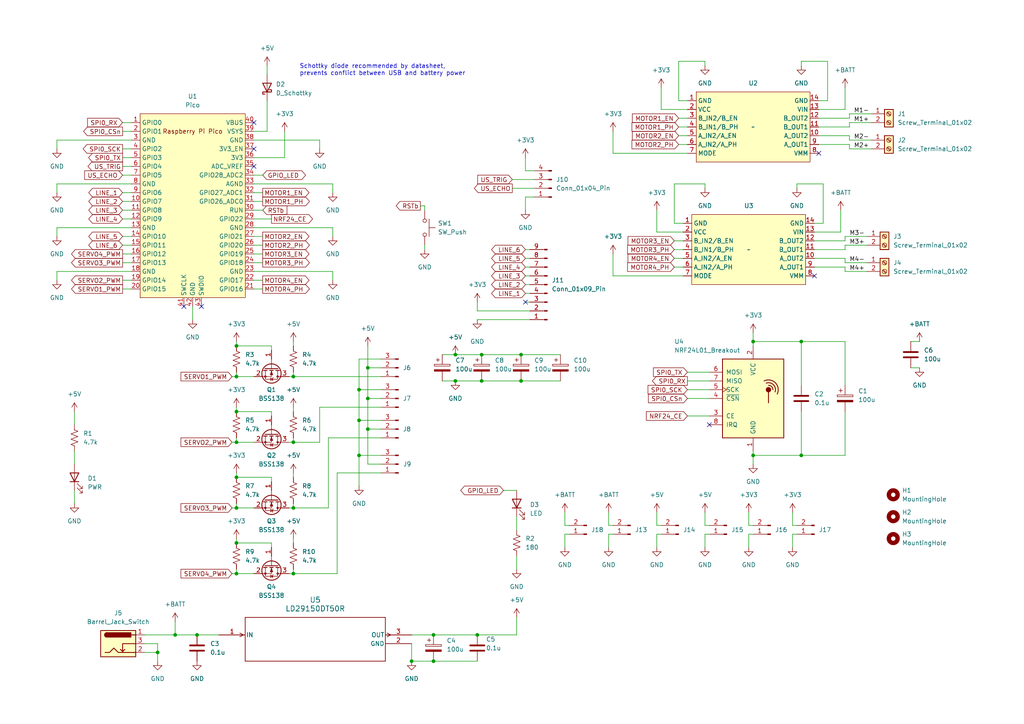
<source format=kicad_sch>
(kicad_sch (version 20231120) (generator "eeschema") (generator_version "8.0")
  (paper "A4")
  (junction (at 68.58 138.43))
  (junction (at 119.38 191.77))
  (junction (at 151.13 110.49))
  (junction (at 68.58 157.48))
  (junction (at 125.73 184.15))
  (junction (at 139.7 102.87))
  (junction (at 68.58 147.32))
  (junction (at 138.43 184.15))
  (junction (at 85.09 166.37))
  (junction (at 232.41 99.06))
  (junction (at 85.09 147.32))
  (junction (at 132.08 110.49))
  (junction (at 68.58 100.33))
  (junction (at 104.14 132.08))
  (junction (at 68.58 166.37))
  (junction (at 106.68 115.57))
  (junction (at 50.8 184.15))
  (junction (at 125.73 191.77))
  (junction (at 106.68 124.46))
  (junction (at 104.14 113.03))
  (junction (at 232.41 132.08))
  (junction (at 45.72 189.23))
  (junction (at 68.58 128.27))
  (junction (at 104.14 121.92))
  (junction (at 151.13 102.87))
  (junction (at 218.44 132.08))
  (junction (at 85.09 128.27))
  (junction (at 106.68 106.68))
  (junction (at 57.15 184.15))
  (junction (at 85.09 109.22))
  (junction (at 139.7 110.49))
  (junction (at 218.44 99.06))
  (junction (at 132.08 102.87))
  (junction (at 68.58 119.38))
  (junction (at 68.58 109.22))
  (no_connect (at 73.66 43.18))
  (no_connect (at 58.42 88.9))
  (no_connect (at 152.4 87.63))
  (no_connect (at 236.22 80.01))
  (no_connect (at 73.66 35.56))
  (no_connect (at 73.66 48.26))
  (no_connect (at 53.34 88.9))
  (no_connect (at 237.49 44.45))
  (no_connect (at 205.74 123.19))
  (wire (pts (xy 199.39 110.49) (xy 205.74 110.49)))
  (wire (pts (xy 96.52 66.04) (xy 96.52 68.58)))
  (wire (pts (xy 82.55 38.1) (xy 82.55 45.72)))
  (wire (pts (xy 123.19 59.69) (xy 123.19 60.96)))
  (wire (pts (xy 218.44 132.08) (xy 232.41 132.08)))
  (wire (pts (xy 138.43 92.71) (xy 153.67 92.71)))
  (wire (pts (xy 104.14 113.03) (xy 104.14 121.92)))
  (wire (pts (xy 232.41 17.78) (xy 232.41 19.05)))
  (wire (pts (xy 97.79 166.37) (xy 85.09 166.37)))
  (wire (pts (xy 68.58 100.33) (xy 78.74 100.33)))
  (wire (pts (xy 68.58 128.27) (xy 68.58 127)))
  (wire (pts (xy 204.47 148.59) (xy 204.47 152.4)))
  (wire (pts (xy 35.56 58.42) (xy 38.1 58.42)))
  (wire (pts (xy 154.94 49.53) (xy 152.4 49.53)))
  (wire (pts (xy 217.17 154.94) (xy 217.17 158.75)))
  (wire (pts (xy 38.1 66.04) (xy 16.51 66.04)))
  (wire (pts (xy 196.85 39.37) (xy 199.39 39.37)))
  (wire (pts (xy 76.2 73.66) (xy 73.66 73.66)))
  (wire (pts (xy 68.58 109.22) (xy 68.58 107.95)))
  (wire (pts (xy 38.1 68.58) (xy 35.56 68.58)))
  (wire (pts (xy 132.08 102.87) (xy 139.7 102.87)))
  (wire (pts (xy 266.7 106.68) (xy 264.16 106.68)))
  (wire (pts (xy 38.1 83.82) (xy 35.56 83.82)))
  (wire (pts (xy 38.1 73.66) (xy 35.56 73.66)))
  (wire (pts (xy 190.5 154.94) (xy 190.5 158.75)))
  (wire (pts (xy 35.56 38.1) (xy 38.1 38.1)))
  (wire (pts (xy 73.66 45.72) (xy 82.55 45.72)))
  (wire (pts (xy 238.76 53.34) (xy 238.76 64.77)))
  (wire (pts (xy 110.49 121.92) (xy 104.14 121.92)))
  (wire (pts (xy 195.58 53.34) (xy 195.58 64.77)))
  (wire (pts (xy 177.8 154.94) (xy 176.53 154.94)))
  (wire (pts (xy 119.38 186.69) (xy 119.38 191.77)))
  (wire (pts (xy 195.58 74.93) (xy 198.12 74.93)))
  (wire (pts (xy 76.2 83.82) (xy 73.66 83.82)))
  (wire (pts (xy 236.22 69.85) (xy 245.11 69.85)))
  (wire (pts (xy 218.44 99.06) (xy 218.44 100.33)))
  (wire (pts (xy 152.4 77.47) (xy 153.67 77.47)))
  (wire (pts (xy 237.49 34.29) (xy 246.38 34.29)))
  (wire (pts (xy 106.68 106.68) (xy 106.68 115.57)))
  (wire (pts (xy 149.86 149.86) (xy 149.86 153.67)))
  (wire (pts (xy 218.44 132.08) (xy 218.44 134.62)))
  (wire (pts (xy 76.2 55.88) (xy 73.66 55.88)))
  (wire (pts (xy 67.31 166.37) (xy 68.58 166.37)))
  (wire (pts (xy 35.56 45.72) (xy 38.1 45.72)))
  (wire (pts (xy 245.11 78.74) (xy 251.46 78.74)))
  (wire (pts (xy 139.7 110.49) (xy 151.13 110.49)))
  (wire (pts (xy 121.92 59.69) (xy 123.19 59.69)))
  (wire (pts (xy 85.09 128.27) (xy 83.82 128.27)))
  (wire (pts (xy 240.03 17.78) (xy 240.03 29.21)))
  (wire (pts (xy 191.77 154.94) (xy 190.5 154.94)))
  (wire (pts (xy 35.56 63.5) (xy 38.1 63.5)))
  (wire (pts (xy 67.31 147.32) (xy 68.58 147.32)))
  (wire (pts (xy 199.39 44.45) (xy 177.8 44.45)))
  (wire (pts (xy 138.43 87.63) (xy 138.43 90.17)))
  (wire (pts (xy 245.11 77.47) (xy 245.11 78.74)))
  (wire (pts (xy 68.58 99.06) (xy 68.58 100.33)))
  (wire (pts (xy 68.58 138.43) (xy 78.74 138.43)))
  (wire (pts (xy 106.68 115.57) (xy 106.68 124.46)))
  (wire (pts (xy 245.11 111.76) (xy 245.11 99.06)))
  (wire (pts (xy 148.59 52.07) (xy 154.94 52.07)))
  (wire (pts (xy 96.52 53.34) (xy 96.52 55.88)))
  (wire (pts (xy 154.94 57.15) (xy 152.4 57.15)))
  (wire (pts (xy 92.71 118.11) (xy 92.71 128.27)))
  (wire (pts (xy 195.58 64.77) (xy 198.12 64.77)))
  (wire (pts (xy 104.14 132.08) (xy 104.14 140.97)))
  (wire (pts (xy 195.58 53.34) (xy 204.47 53.34)))
  (wire (pts (xy 85.09 128.27) (xy 85.09 127)))
  (wire (pts (xy 199.39 115.57) (xy 205.74 115.57)))
  (wire (pts (xy 245.11 25.4) (xy 245.11 31.75)))
  (wire (pts (xy 245.11 76.2) (xy 251.46 76.2)))
  (wire (pts (xy 204.47 154.94) (xy 204.47 158.75)))
  (wire (pts (xy 73.66 40.64) (xy 92.71 40.64)))
  (wire (pts (xy 218.44 96.52) (xy 218.44 99.06)))
  (wire (pts (xy 232.41 17.78) (xy 240.03 17.78)))
  (wire (pts (xy 245.11 132.08) (xy 245.11 119.38)))
  (wire (pts (xy 246.38 34.29) (xy 246.38 33.02)))
  (wire (pts (xy 85.09 109.22) (xy 110.49 109.22)))
  (wire (pts (xy 110.49 113.03) (xy 104.14 113.03)))
  (wire (pts (xy 232.41 99.06) (xy 245.11 99.06)))
  (wire (pts (xy 85.09 137.16) (xy 85.09 138.43)))
  (wire (pts (xy 50.8 180.34) (xy 50.8 184.15)))
  (wire (pts (xy 73.66 53.34) (xy 96.52 53.34)))
  (wire (pts (xy 45.72 189.23) (xy 45.72 191.77)))
  (wire (pts (xy 205.74 152.4) (xy 204.47 152.4)))
  (wire (pts (xy 245.11 74.93) (xy 245.11 76.2)))
  (wire (pts (xy 110.49 132.08) (xy 104.14 132.08)))
  (wire (pts (xy 246.38 39.37) (xy 246.38 40.64)))
  (wire (pts (xy 190.5 60.96) (xy 190.5 67.31)))
  (wire (pts (xy 123.19 71.12) (xy 123.19 72.39)))
  (wire (pts (xy 77.47 19.05) (xy 77.47 21.59)))
  (wire (pts (xy 38.1 48.26) (xy 35.56 48.26)))
  (wire (pts (xy 16.51 66.04) (xy 16.51 68.58)))
  (wire (pts (xy 38.1 50.8) (xy 35.56 50.8)))
  (wire (pts (xy 97.79 137.16) (xy 110.49 137.16)))
  (wire (pts (xy 246.38 36.83) (xy 246.38 35.56)))
  (wire (pts (xy 68.58 157.48) (xy 78.74 157.48)))
  (wire (pts (xy 229.87 154.94) (xy 229.87 158.75)))
  (wire (pts (xy 38.1 81.28) (xy 35.56 81.28)))
  (wire (pts (xy 245.11 72.39) (xy 245.11 71.12)))
  (wire (pts (xy 146.05 142.24) (xy 149.86 142.24)))
  (wire (pts (xy 198.12 67.31) (xy 190.5 67.31)))
  (wire (pts (xy 245.11 71.12) (xy 251.46 71.12)))
  (wire (pts (xy 21.59 130.81) (xy 21.59 134.62)))
  (wire (pts (xy 92.71 118.11) (xy 110.49 118.11)))
  (wire (pts (xy 246.38 33.02) (xy 252.73 33.02)))
  (wire (pts (xy 236.22 74.93) (xy 245.11 74.93)))
  (wire (pts (xy 106.68 100.33) (xy 106.68 106.68)))
  (wire (pts (xy 106.68 115.57) (xy 110.49 115.57)))
  (wire (pts (xy 38.1 53.34) (xy 16.51 53.34)))
  (wire (pts (xy 95.25 127) (xy 110.49 127)))
  (wire (pts (xy 85.09 99.06) (xy 85.09 100.33)))
  (wire (pts (xy 68.58 147.32) (xy 73.66 147.32)))
  (wire (pts (xy 76.2 81.28) (xy 73.66 81.28)))
  (wire (pts (xy 163.83 148.59) (xy 163.83 152.4)))
  (wire (pts (xy 163.83 154.94) (xy 163.83 158.75)))
  (wire (pts (xy 236.22 72.39) (xy 245.11 72.39)))
  (wire (pts (xy 231.14 53.34) (xy 238.76 53.34)))
  (wire (pts (xy 35.56 60.96) (xy 38.1 60.96)))
  (wire (pts (xy 97.79 137.16) (xy 97.79 166.37)))
  (wire (pts (xy 152.4 82.55) (xy 153.67 82.55)))
  (wire (pts (xy 218.44 99.06) (xy 232.41 99.06)))
  (wire (pts (xy 177.8 152.4) (xy 176.53 152.4)))
  (wire (pts (xy 106.68 124.46) (xy 106.68 134.62)))
  (wire (pts (xy 68.58 166.37) (xy 73.66 166.37)))
  (wire (pts (xy 237.49 31.75) (xy 245.11 31.75)))
  (wire (pts (xy 78.74 158.75) (xy 78.74 157.48)))
  (wire (pts (xy 148.59 54.61) (xy 154.94 54.61)))
  (wire (pts (xy 243.84 60.96) (xy 243.84 67.31)))
  (wire (pts (xy 199.39 113.03) (xy 205.74 113.03)))
  (wire (pts (xy 68.58 118.11) (xy 68.58 119.38)))
  (wire (pts (xy 92.71 40.64) (xy 92.71 43.18)))
  (wire (pts (xy 152.4 57.15) (xy 152.4 60.96)))
  (wire (pts (xy 110.49 124.46) (xy 106.68 124.46)))
  (wire (pts (xy 73.66 66.04) (xy 96.52 66.04)))
  (wire (pts (xy 104.14 121.92) (xy 104.14 132.08)))
  (wire (pts (xy 38.1 40.64) (xy 16.51 40.64)))
  (wire (pts (xy 85.09 166.37) (xy 85.09 165.1)))
  (wire (pts (xy 152.4 45.72) (xy 152.4 49.53)))
  (wire (pts (xy 217.17 148.59) (xy 217.17 152.4)))
  (wire (pts (xy 237.49 36.83) (xy 246.38 36.83)))
  (wire (pts (xy 92.71 128.27) (xy 85.09 128.27)))
  (wire (pts (xy 104.14 104.14) (xy 104.14 113.03)))
  (wire (pts (xy 246.38 35.56) (xy 252.73 35.56)))
  (wire (pts (xy 218.44 130.81) (xy 218.44 132.08)))
  (wire (pts (xy 176.53 148.59) (xy 176.53 152.4)))
  (wire (pts (xy 177.8 73.66) (xy 177.8 80.01)))
  (wire (pts (xy 125.73 184.15) (xy 138.43 184.15)))
  (wire (pts (xy 77.47 29.21) (xy 77.47 38.1)))
  (wire (pts (xy 68.58 109.22) (xy 73.66 109.22)))
  (wire (pts (xy 151.13 110.49) (xy 162.56 110.49)))
  (wire (pts (xy 95.25 147.32) (xy 85.09 147.32)))
  (wire (pts (xy 68.58 156.21) (xy 68.58 157.48)))
  (wire (pts (xy 45.72 186.69) (xy 45.72 189.23)))
  (wire (pts (xy 195.58 77.47) (xy 198.12 77.47)))
  (wire (pts (xy 67.31 109.22) (xy 68.58 109.22)))
  (wire (pts (xy 199.39 31.75) (xy 191.77 31.75)))
  (wire (pts (xy 68.58 166.37) (xy 68.58 165.1)))
  (wire (pts (xy 196.85 17.78) (xy 196.85 29.21)))
  (wire (pts (xy 204.47 17.78) (xy 204.47 19.05)))
  (wire (pts (xy 119.38 184.15) (xy 125.73 184.15)))
  (wire (pts (xy 240.03 29.21) (xy 237.49 29.21)))
  (wire (pts (xy 246.38 40.64) (xy 252.73 40.64)))
  (wire (pts (xy 85.09 109.22) (xy 85.09 107.95)))
  (wire (pts (xy 85.09 166.37) (xy 83.82 166.37)))
  (wire (pts (xy 50.8 184.15) (xy 57.15 184.15)))
  (wire (pts (xy 196.85 34.29) (xy 199.39 34.29)))
  (wire (pts (xy 68.58 128.27) (xy 73.66 128.27)))
  (wire (pts (xy 245.11 68.58) (xy 251.46 68.58)))
  (wire (pts (xy 204.47 53.34) (xy 204.47 54.61)))
  (wire (pts (xy 229.87 148.59) (xy 229.87 152.4)))
  (wire (pts (xy 152.4 87.63) (xy 153.67 87.63)))
  (wire (pts (xy 78.74 63.5) (xy 73.66 63.5)))
  (wire (pts (xy 231.14 53.34) (xy 231.14 54.61)))
  (wire (pts (xy 96.52 78.74) (xy 96.52 81.28)))
  (wire (pts (xy 231.14 154.94) (xy 229.87 154.94)))
  (wire (pts (xy 85.09 118.11) (xy 85.09 119.38)))
  (wire (pts (xy 196.85 29.21) (xy 199.39 29.21)))
  (wire (pts (xy 237.49 41.91) (xy 246.38 41.91)))
  (wire (pts (xy 195.58 72.39) (xy 198.12 72.39)))
  (wire (pts (xy 73.66 60.96) (xy 76.2 60.96)))
  (wire (pts (xy 165.1 152.4) (xy 163.83 152.4)))
  (wire (pts (xy 85.09 156.21) (xy 85.09 157.48)))
  (wire (pts (xy 76.2 71.12) (xy 73.66 71.12)))
  (wire (pts (xy 266.7 99.06) (xy 264.16 99.06)))
  (wire (pts (xy 205.74 154.94) (xy 204.47 154.94)))
  (wire (pts (xy 78.74 101.6) (xy 78.74 100.33)))
  (wire (pts (xy 35.56 55.88) (xy 38.1 55.88)))
  (wire (pts (xy 21.59 119.38) (xy 21.59 123.19)))
  (wire (pts (xy 128.27 110.49) (xy 132.08 110.49)))
  (wire (pts (xy 16.51 40.64) (xy 16.51 43.18)))
  (wire (pts (xy 165.1 154.94) (xy 163.83 154.94)))
  (wire (pts (xy 38.1 71.12) (xy 35.56 71.12)))
  (wire (pts (xy 73.66 50.8) (xy 76.2 50.8)))
  (wire (pts (xy 149.86 161.29) (xy 149.86 165.1)))
  (wire (pts (xy 238.76 64.77) (xy 236.22 64.77)))
  (wire (pts (xy 236.22 77.47) (xy 245.11 77.47)))
  (wire (pts (xy 191.77 152.4) (xy 190.5 152.4)))
  (wire (pts (xy 138.43 90.17) (xy 153.67 90.17)))
  (wire (pts (xy 125.73 191.77) (xy 138.43 191.77)))
  (wire (pts (xy 196.85 36.83) (xy 199.39 36.83)))
  (wire (pts (xy 76.2 76.2) (xy 73.66 76.2)))
  (wire (pts (xy 236.22 67.31) (xy 243.84 67.31)))
  (wire (pts (xy 190.5 148.59) (xy 190.5 152.4)))
  (wire (pts (xy 68.58 137.16) (xy 68.58 138.43)))
  (wire (pts (xy 232.41 119.38) (xy 232.41 132.08)))
  (wire (pts (xy 204.47 17.78) (xy 196.85 17.78)))
  (wire (pts (xy 176.53 154.94) (xy 176.53 158.75)))
  (wire (pts (xy 38.1 78.74) (xy 16.51 78.74)))
  (wire (pts (xy 83.82 109.22) (xy 85.09 109.22)))
  (wire (pts (xy 199.39 107.95) (xy 205.74 107.95)))
  (wire (pts (xy 78.74 120.65) (xy 78.74 119.38)))
  (wire (pts (xy 152.4 72.39) (xy 153.67 72.39)))
  (wire (pts (xy 132.08 110.49) (xy 139.7 110.49)))
  (wire (pts (xy 68.58 119.38) (xy 78.74 119.38)))
  (wire (pts (xy 195.58 69.85) (xy 198.12 69.85)))
  (wire (pts (xy 218.44 152.4) (xy 217.17 152.4)))
  (wire (pts (xy 237.49 39.37) (xy 246.38 39.37)))
  (wire (pts (xy 16.51 78.74) (xy 16.51 81.28)))
  (wire (pts (xy 196.85 41.91) (xy 199.39 41.91)))
  (wire (pts (xy 41.91 189.23) (xy 45.72 189.23)))
  (wire (pts (xy 77.47 38.1) (xy 73.66 38.1)))
  (wire (pts (xy 177.8 80.01) (xy 198.12 80.01)))
  (wire (pts (xy 85.09 147.32) (xy 83.82 147.32)))
  (wire (pts (xy 149.86 179.07) (xy 149.86 184.15)))
  (wire (pts (xy 76.2 58.42) (xy 73.66 58.42)))
  (wire (pts (xy 151.13 102.87) (xy 162.56 102.87)))
  (wire (pts (xy 245.11 69.85) (xy 245.11 68.58)))
  (wire (pts (xy 16.51 53.34) (xy 16.51 55.88)))
  (wire (pts (xy 73.66 78.74) (xy 96.52 78.74)))
  (wire (pts (xy 110.49 104.14) (xy 104.14 104.14)))
  (wire (pts (xy 199.39 120.65) (xy 205.74 120.65)))
  (wire (pts (xy 21.59 142.24) (xy 21.59 146.05)))
  (wire (pts (xy 246.38 41.91) (xy 246.38 43.18)))
  (wire (pts (xy 35.56 35.56) (xy 38.1 35.56)))
  (wire (pts (xy 67.31 128.27) (xy 68.58 128.27)))
  (wire (pts (xy 57.15 184.15) (xy 63.5 184.15)))
  (wire (pts (xy 152.4 80.01) (xy 153.67 80.01)))
  (wire (pts (xy 41.91 184.15) (xy 50.8 184.15)))
  (wire (pts (xy 139.7 102.87) (xy 151.13 102.87)))
  (wire (pts (xy 76.2 68.58) (xy 73.66 68.58)))
  (wire (pts (xy 246.38 43.18) (xy 252.73 43.18)))
  (wire (pts (xy 55.88 88.9) (xy 55.88 92.71)))
  (wire (pts (xy 231.14 152.4) (xy 229.87 152.4)))
  (wire (pts (xy 119.38 191.77) (xy 125.73 191.77)))
  (wire (pts (xy 232.41 99.06) (xy 232.41 111.76)))
  (wire (pts (xy 106.68 134.62) (xy 110.49 134.62)))
  (wire (pts (xy 191.77 25.4) (xy 191.77 31.75)))
  (wire (pts (xy 78.74 139.7) (xy 78.74 138.43)))
  (wire (pts (xy 152.4 74.93) (xy 153.67 74.93)))
  (wire (pts (xy 128.27 102.87) (xy 132.08 102.87)))
  (wire (pts (xy 177.8 38.1) (xy 177.8 44.45)))
  (wire (pts (xy 41.91 186.69) (xy 45.72 186.69)))
  (wire (pts (xy 138.43 184.15) (xy 149.86 184.15)))
  (wire (pts (xy 68.58 147.32) (xy 68.58 146.05)))
  (wire (pts (xy 35.56 43.18) (xy 38.1 43.18)))
  (wire (pts (xy 110.49 106.68) (xy 106.68 106.68)))
  (wire (pts (xy 232.41 132.08) (xy 245.11 132.08)))
  (wire (pts (xy 38.1 76.2) (xy 35.56 76.2)))
  (wire (pts (xy 85.09 147.32) (xy 85.09 146.05)))
  (wire (pts (xy 95.25 127) (xy 95.25 147.32)))
  (wire (pts (xy 218.44 154.94) (xy 217.17 154.94)))
  (wire (pts (xy 152.4 85.09) (xy 153.67 85.09)))
  (text "Schottky diode recommended by datasheet,\nprevents conflict between USB and battery power" (at 86.868 22.098 0) (effects (font (size 1.27 1.27)) (justify left bottom)))
  (label "M4-" (at 246.38 76.2 0))
  (label "M2+" (at 247.65 43.18 0))
  (label "M1+" (at 247.65 35.56 0))
  (label "M2-" (at 247.65 40.64 0))
  (label "M1-" (at 247.65 33.02 0))
  (label "M3-" (at 246.38 68.58 0))
  (label "M4+" (at 246.38 78.74 0))
  (label "M3+" (at 246.38 71.12 0))
  (global_label "SPI0_CSn" (shape input) (at 199.39 115.57 180) (property "Intersheetrefs" "${INTERSHEET_REFS}" (effects (hide yes))))
  (global_label "MOTOR2_EN" (shape output) (at 76.2 68.58 0) (property "Intersheetrefs" "${INTERSHEET_REFS}" (effects (hide yes))))
  (global_label "SPI0_SCK" (shape output) (at 35.56 43.18 180) (property "Intersheetrefs" "${INTERSHEET_REFS}" (effects (hide yes))))
  (global_label "MOTOR3_EN" (shape output) (at 76.2 73.66 0) (property "Intersheetrefs" "${INTERSHEET_REFS}" (effects (hide yes))))
  (global_label "MOTOR4_PH" (shape input) (at 195.58 77.47 180) (property "Intersheetrefs" "${INTERSHEET_REFS}" (effects (hide yes))))
  (global_label "US_TRIG" (shape output) (at 35.56 48.26 180) (property "Intersheetrefs" "${INTERSHEET_REFS}" (effects (hide yes))))
  (global_label "LINE_6" (shape bidirectional) (at 152.4 72.39 180) (property "Intersheetrefs" "${INTERSHEET_REFS}" (effects (hide yes))))
  (global_label "MOTOR1_PH" (shape output) (at 76.2 58.42 0) (property "Intersheetrefs" "${INTERSHEET_REFS}" (effects (hide yes))))
  (global_label "GPIO_LED" (shape bidirectional) (at 146.05 142.24 180) (property "Intersheetrefs" "${INTERSHEET_REFS}" (effects (hide yes))))
  (global_label "MOTOR2_EN" (shape input) (at 196.85 39.37 180) (property "Intersheetrefs" "${INTERSHEET_REFS}" (effects (hide yes))))
  (global_label "LINE_1" (shape bidirectional) (at 35.56 55.88 180) (property "Intersheetrefs" "${INTERSHEET_REFS}" (effects (hide yes))))
  (global_label "LINE_4" (shape bidirectional) (at 152.4 77.47 180) (property "Intersheetrefs" "${INTERSHEET_REFS}" (effects (hide yes))))
  (global_label "NRF24_CE" (shape input) (at 199.39 120.65 180) (property "Intersheetrefs" "${INTERSHEET_REFS}" (effects (hide yes))))
  (global_label "MOTOR2_PH" (shape input) (at 196.85 41.91 180) (property "Intersheetrefs" "${INTERSHEET_REFS}" (effects (hide yes))))
  (global_label "US_ECHO" (shape input) (at 35.56 50.8 180) (property "Intersheetrefs" "${INTERSHEET_REFS}" (effects (hide yes))))
  (global_label "SERVO4_PWM" (shape input) (at 67.31 166.37 180) (property "Intersheetrefs" "${INTERSHEET_REFS}" (effects (hide yes))))
  (global_label "US_ECHO" (shape output) (at 148.59 54.61 180) (property "Intersheetrefs" "${INTERSHEET_REFS}" (effects (hide yes))))
  (global_label "MOTOR3_PH" (shape output) (at 76.2 76.2 0) (property "Intersheetrefs" "${INTERSHEET_REFS}" (effects (hide yes))))
  (global_label "LINE_5" (shape bidirectional) (at 35.56 68.58 180) (property "Intersheetrefs" "${INTERSHEET_REFS}" (effects (hide yes))))
  (global_label "MOTOR3_EN" (shape input) (at 195.58 69.85 180) (property "Intersheetrefs" "${INTERSHEET_REFS}" (effects (hide yes))))
  (global_label "LINE_2" (shape bidirectional) (at 35.56 58.42 180) (property "Intersheetrefs" "${INTERSHEET_REFS}" (effects (hide yes))))
  (global_label "LINE_1" (shape bidirectional) (at 152.4 85.09 180) (property "Intersheetrefs" "${INTERSHEET_REFS}" (effects (hide yes))))
  (global_label "SERVO1_PWM" (shape output) (at 35.56 83.82 180) (property "Intersheetrefs" "${INTERSHEET_REFS}" (effects (hide yes))))
  (global_label "SERVO3_PWM" (shape input) (at 67.31 147.32 180) (property "Intersheetrefs" "${INTERSHEET_REFS}" (effects (hide yes))))
  (global_label "GPIO_LED" (shape bidirectional) (at 76.2 50.8 0) (property "Intersheetrefs" "${INTERSHEET_REFS}" (effects (hide yes))))
  (global_label "LINE_6" (shape bidirectional) (at 35.56 71.12 180) (property "Intersheetrefs" "${INTERSHEET_REFS}" (effects (hide yes))))
  (global_label "US_TRIG" (shape input) (at 148.59 52.07 180) (property "Intersheetrefs" "${INTERSHEET_REFS}" (effects (hide yes))))
  (global_label "MOTOR1_PH" (shape input) (at 196.85 36.83 180) (property "Intersheetrefs" "${INTERSHEET_REFS}" (effects (hide yes))))
  (global_label "RSTb" (shape input) (at 76.2 60.96 0) (property "Intersheetrefs" "${INTERSHEET_REFS}" (effects (hide yes))))
  (global_label "RSTb" (shape output) (at 121.92 59.69 180) (property "Intersheetrefs" "${INTERSHEET_REFS}" (effects (hide yes))))
  (global_label "LINE_4" (shape bidirectional) (at 35.56 63.5 180) (property "Intersheetrefs" "${INTERSHEET_REFS}" (effects (hide yes))))
  (global_label "MOTOR4_EN" (shape output) (at 76.2 81.28 0) (property "Intersheetrefs" "${INTERSHEET_REFS}" (effects (hide yes))))
  (global_label "MOTOR1_EN" (shape output) (at 76.2 55.88 0) (property "Intersheetrefs" "${INTERSHEET_REFS}" (effects (hide yes))))
  (global_label "SPI0_SCK" (shape input) (at 199.39 113.03 180) (property "Intersheetrefs" "${INTERSHEET_REFS}" (effects (hide yes))))
  (global_label "MOTOR4_EN" (shape input) (at 195.58 74.93 180) (property "Intersheetrefs" "${INTERSHEET_REFS}" (effects (hide yes))))
  (global_label "SERVO3_PWM" (shape output) (at 35.56 76.2 180) (property "Intersheetrefs" "${INTERSHEET_REFS}" (effects (hide yes))))
  (global_label "MOTOR1_EN" (shape input) (at 196.85 34.29 180) (property "Intersheetrefs" "${INTERSHEET_REFS}" (effects (hide yes))))
  (global_label "SPI0_RX" (shape input) (at 35.56 35.56 180) (property "Intersheetrefs" "${INTERSHEET_REFS}" (effects (hide yes))))
  (global_label "LINE_2" (shape bidirectional) (at 152.4 82.55 180) (property "Intersheetrefs" "${INTERSHEET_REFS}" (effects (hide yes))))
  (global_label "SPI0_CSn" (shape output) (at 35.56 38.1 180) (property "Intersheetrefs" "${INTERSHEET_REFS}" (effects (hide yes))))
  (global_label "LINE_3" (shape bidirectional) (at 35.56 60.96 180) (property "Intersheetrefs" "${INTERSHEET_REFS}" (effects (hide yes))))
  (global_label "MOTOR4_PH" (shape output) (at 76.2 83.82 0) (property "Intersheetrefs" "${INTERSHEET_REFS}" (effects (hide yes))))
  (global_label "SERVO4_PWM" (shape output) (at 35.56 73.66 180) (property "Intersheetrefs" "${INTERSHEET_REFS}" (effects (hide yes))))
  (global_label "SPI0_RX" (shape output) (at 199.39 110.49 180) (property "Intersheetrefs" "${INTERSHEET_REFS}" (effects (hide yes))))
  (global_label "MOTOR2_PH" (shape output) (at 76.2 71.12 0) (property "Intersheetrefs" "${INTERSHEET_REFS}" (effects (hide yes))))
  (global_label "NRF24_CE" (shape output) (at 78.74 63.5 0) (property "Intersheetrefs" "${INTERSHEET_REFS}" (effects (hide yes))))
  (global_label "LINE_5" (shape bidirectional) (at 152.4 74.93 180) (property "Intersheetrefs" "${INTERSHEET_REFS}" (effects (hide yes))))
  (global_label "MOTOR3_PH" (shape input) (at 195.58 72.39 180) (property "Intersheetrefs" "${INTERSHEET_REFS}" (effects (hide yes))))
  (global_label "SPI0_TX" (shape input) (at 199.39 107.95 180) (property "Intersheetrefs" "${INTERSHEET_REFS}" (effects (hide yes))))
  (global_label "SERVO2_PWM" (shape output) (at 35.56 81.28 180) (property "Intersheetrefs" "${INTERSHEET_REFS}" (effects (hide yes))))
  (global_label "SERVO2_PWM" (shape input) (at 67.31 128.27 180) (property "Intersheetrefs" "${INTERSHEET_REFS}" (effects (hide yes))))
  (global_label "LINE_3" (shape bidirectional) (at 152.4 80.01 180) (property "Intersheetrefs" "${INTERSHEET_REFS}" (effects (hide yes))))
  (global_label "SERVO1_PWM" (shape input) (at 67.31 109.22 180) (property "Intersheetrefs" "${INTERSHEET_REFS}" (effects (hide yes))))
  (global_label "SPI0_TX" (shape output) (at 35.56 45.72 180) (property "Intersheetrefs" "${INTERSHEET_REFS}" (effects (hide yes))))
  (symbol (lib_id "power:+3V3") (at 229.87 148.59 0) (unit 1)
    (property "Reference" "#PWR051" (effects (hide yes)))
    (property "Value" "+3V3" (at 229.87 143.51 0))
  )
  (symbol (lib_id "Device:R_US") (at 85.09 161.29 0) (unit 1)
    (property "Reference" "R10" (at 87.63 160.0199 0) (effects (justify left)))
    (property "Value" "4.7k" (at 87.63 162.5599 0) (effects (justify left)))
    (property "Footprint" "Resistor_SMD:R_1206_3216Metric_Pad1.30x1.75mm_HandSolder" (effects (hide yes)))
    (property "JLC P/N" "C17936" (effects (hide yes)))
  )
  (symbol (lib_id "power:+3V3") (at 217.17 148.59 0) (unit 1)
    (property "Reference" "#PWR049" (effects (hide yes)))
    (property "Value" "+3V3" (at 217.17 143.51 0))
  )
  (symbol (lib_id "Device:R_US") (at 149.86 157.48 0) (unit 1)
    (property "Reference" "R2" (at 152.4 156.2099 0) (effects (justify left)))
    (property "Value" "180" (at 152.4 158.7499 0) (effects (justify left)))
    (property "Footprint" "Resistor_SMD:R_1206_3216Metric_Pad1.30x1.75mm_HandSolder" (effects (hide yes)))
    (property "JLC P/N" "C17924" (effects (hide yes)))
  )
  (symbol (lib_id "Connector:Conn_01x04_Pin") (at 160.02 54.61 180) (unit 1)
    (property "Reference" "J10" (at 161.29 52.07 0) (effects (justify right)))
    (property "Value" "Conn_01x04_Pin" (at 161.29 54.61 0) (effects (justify right)))
    (property "Footprint" "Connector_PinHeader_2.54mm:PinHeader_1x04_P2.54mm_Vertical" (effects (hide yes)))
    (property "JLC P/N" "C6332197" (effects (hide yes)))
  )
  (symbol (lib_id "power:+3V3") (at 68.58 137.16 0) (unit 1)
    (property "Reference" "#PWR058" (effects (hide yes)))
    (property "Value" "+3V3" (at 68.58 132.08 0))
  )
  (symbol (lib_id "power:GND") (at 16.51 55.88 0) (unit 1)
    (property "Reference" "#PWR016" (effects (hide yes)))
    (property "Value" "GND" (at 16.51 60.96 0))
  )
  (symbol (lib_id "power:+5V") (at 77.47 19.05 0) (unit 1)
    (property "Reference" "#PWR029" (effects (hide yes)))
    (property "Value" "+5V" (at 77.47 13.97 0))
  )
  (symbol (lib_id "power:+5V") (at 85.09 156.21 0) (unit 1)
    (property "Reference" "#PWR060" (effects (hide yes)))
    (property "Value" "+5V" (at 85.09 151.13 0))
  )
  (symbol (lib_id "power:+BATT") (at 266.7 99.06 0) (unit 1)
    (property "Reference" "#PWR040" (effects (hide yes)))
    (property "Value" "+BATT" (at 266.7 93.98 0))
  )
  (symbol (lib_id "Device:LED") (at 149.86 146.05 90) (unit 1)
    (property "Reference" "D3" (at 153.67 146.3674 90) (effects (justify right)))
    (property "Value" "LED" (at 153.67 148.9074 90) (effects (justify right)))
    (property "Footprint" "LED_SMD:LED_0603_1608Metric_Pad1.05x0.95mm_HandSolder" (effects (hide yes)))
    (property "Description" "Light emitting diode" (effects (hide yes)))
    (property "JLC P/N" "C2286" (effects (hide yes)))
  )
  (symbol (lib_id "power:GND") (at 152.4 60.96 0) (unit 1)
    (property "Reference" "#PWR037" (effects (hide yes)))
    (property "Value" "GND" (at 152.4 66.04 0))
  )
  (symbol (lib_id "power:GND") (at 231.14 54.61 0) (unit 1)
    (property "Reference" "#PWR06" (effects (hide yes)))
    (property "Value" "GND" (at 231.14 59.69 0))
  )
  (symbol (lib_id "Device:C_Polarized") (at 245.11 115.57 0) (unit 1)
    (property "Reference" "C1" (at 248.92 113.411 0) (effects (justify left)))
    (property "Value" "100u" (at 248.92 115.951 0) (effects (justify left)))
    (property "Footprint" "Capacitor_SMD:CP_Elec_5x5.4" (effects (hide yes)))
    (property "JLC P/N" "C22387981" (effects (hide yes)))
  )
  (symbol (lib_id "Connector:Screw_Terminal_01x02") (at 257.81 33.02 0) (unit 1)
    (property "Reference" "J1" (at 260.35 33.02 0) (effects (justify left)))
    (property "Value" "Screw_Terminal_01x02" (at 260.35 35.56 0) (effects (justify left)))
    (property "Footprint" "RedRobotFootprints:ScrewTerminalP3.5mm" (effects (hide yes)))
    (property "JLC P/N" "C695629" (effects (hide yes)))
  )
  (symbol (lib_id "Mechanical:MountingHole") (at 259.08 156.21 0) (unit 1)
    (property "Reference" "H3" (at 261.62 154.94 0) (effects (justify left)))
    (property "Value" "MountingHole" (at 261.62 157.48 0) (effects (justify left)))
    (property "Footprint" "MountingHole:MountingHole_3.2mm_M3_Pad_Via" (effects (hide yes)))
  )
  (symbol (lib_id "power:GND") (at 96.52 81.28 0) (unit 1)
    (property "Reference" "#PWR011" (effects (hide yes)))
    (property "Value" "GND" (at 96.52 86.36 0))
  )
  (symbol (lib_id "power:+5V") (at 85.09 99.06 0) (unit 1)
    (property "Reference" "#PWR033" (effects (hide yes)))
    (property "Value" "+5V" (at 85.09 93.98 0))
  )
  (symbol (lib_id "Device:C") (at 264.16 102.87 0) (unit 1)
    (property "Reference" "C6" (at 267.97 101.6 0) (effects (justify left)))
    (property "Value" "100u" (at 267.97 104.14 0) (effects (justify left)))
    (property "Footprint" "Capacitor_SMD:CP_Elec_5x5.4" (effects (hide yes)))
    (property "JLC P/N" "C22387981" (effects (hide yes)))
  )
  (symbol (lib_id "Device:R_US") (at 85.09 142.24 0) (unit 1)
    (property "Reference" "R8" (at 87.63 140.9699 0) (effects (justify left)))
    (property "Value" "4.7k" (at 87.63 143.5099 0) (effects (justify left)))
    (property "Footprint" "Resistor_SMD:R_1206_3216Metric_Pad1.30x1.75mm_HandSolder" (effects (hide yes)))
    (property "JLC P/N" "C17936" (effects (hide yes)))
  )
  (symbol (lib_id "power:GND") (at 104.14 140.97 0) (unit 1)
    (property "Reference" "#PWR031" (effects (hide yes)))
    (property "Value" "GND" (at 104.14 146.05 0))
  )
  (symbol (lib_id "power:GND") (at 16.51 43.18 0) (unit 1)
    (property "Reference" "#PWR015" (effects (hide yes)))
    (property "Value" "GND" (at 16.51 48.26 0))
  )
  (symbol (lib_id "power:GND") (at 119.38 191.77 0) (unit 1)
    (property "Reference" "#PWR023" (effects (hide yes)))
    (property "Value" "GND" (at 119.38 196.85 0))
  )
  (symbol (lib_id "power:+3V3") (at 68.58 156.21 0) (unit 1)
    (property "Reference" "#PWR034" (effects (hide yes)))
    (property "Value" "+3V3" (at 68.58 151.13 0))
  )
  (symbol (lib_id "power:+5V") (at 21.59 119.38 0) (unit 1)
    (property "Reference" "#PWR025" (effects (hide yes)))
    (property "Value" "+5V" (at 21.59 114.3 0))
  )
  (symbol (lib_id "Connector:Conn_01x02_Pin") (at 170.18 154.94 180) (unit 1)
    (property "Reference" "J18" (at 171.45 153.67 0) (effects (justify right)))
    (property "Value" "Conn_01x02_Pin" (effects (hide yes)))
    (property "Footprint" "Connector_PinHeader_2.54mm:PinHeader_1x02_P2.54mm_Vertical" (effects (hide yes)))
    (property "JLC P/N" "C2905434" (effects (hide yes)))
  )
  (symbol (lib_id "Device:R_US") (at 68.58 142.24 0) (unit 1)
    (property "Reference" "R7" (at 71.12 140.9699 0) (effects (justify left)))
    (property "Value" "4.7k" (at 71.12 143.5099 0) (effects (justify left)))
    (property "Footprint" "Resistor_SMD:R_1206_3216Metric_Pad1.30x1.75mm_HandSolder" (effects (hide yes)))
    (property "JLC P/N" "C17936" (effects (hide yes)))
  )
  (symbol (lib_id "Device:R_US") (at 85.09 123.19 0) (unit 1)
    (property "Reference" "R6" (at 87.63 121.9199 0) (effects (justify left)))
    (property "Value" "4.7k" (at 87.63 124.4599 0) (effects (justify left)))
    (property "Footprint" "Resistor_SMD:R_1206_3216Metric_Pad1.30x1.75mm_HandSolder" (effects (hide yes)))
    (property "JLC P/N" "C17936" (effects (hide yes)))
  )
  (symbol (lib_id "RedRobotParts:DRV8835") (at 217.17 72.39 0) (unit 1)
    (property "Reference" "U3" (at 217.1935 59.69 0))
    (property "Value" "~" (at 217.17 72.39 0))
    (property "Footprint" "RedRobotFootprints:DRV8835" (effects (hide yes)))
  )
  (symbol (lib_id "power:GND") (at 149.86 165.1 0) (unit 1)
    (property "Reference" "#PWR042" (effects (hide yes)))
    (property "Value" "GND" (at 149.86 170.18 0))
  )
  (symbol (lib_id "power:GND") (at 190.5 158.75 0) (unit 1)
    (property "Reference" "#PWR045" (effects (hide yes)))
    (property "Value" "GND" (at 190.5 163.83 0))
  )
  (symbol (lib_id "Device:C_Polarized") (at 151.13 106.68 0) (unit 1)
    (property "Reference" "C9" (at 154.94 104.521 0) (effects (justify left)))
    (property "Value" "100u" (at 154.94 107.061 0) (effects (justify left)))
    (property "Footprint" "Capacitor_SMD:CP_Elec_5x5.4" (effects (hide yes)))
    (property "JLC P/N" "C22387981" (effects (hide yes)))
  )
  (symbol (lib_id "power:GND") (at 218.44 134.62 0) (unit 1)
    (property "Reference" "#PWR09" (effects (hide yes)))
    (property "Value" "GND" (at 218.44 139.7 0))
  )
  (symbol (lib_id "Mechanical:MountingHole") (at 259.08 143.51 0) (unit 1)
    (property "Reference" "H1" (at 261.62 142.24 0) (effects (justify left)))
    (property "Value" "MountingHole" (at 261.62 144.78 0) (effects (justify left)))
    (property "Footprint" "MountingHole:MountingHole_3.2mm_M3_Pad_Via" (effects (hide yes)))
  )
  (symbol (lib_id "power:+BATT") (at 50.8 180.34 0) (unit 1)
    (property "Reference" "#PWR021" (effects (hide yes)))
    (property "Value" "+BATT" (at 50.8 175.26 0))
  )
  (symbol (lib_id "2023-09-27_21-16-25:MIC29310-5.0WT") (at 63.5 184.15 0) (unit 1)
    (property "Reference" "U5" (at 91.44 173.99 0) (effects (font (size 1.524 1.524))))
    (property "Value" "LD29150DT50R" (at 91.44 176.53 0) (effects (font (size 1.524 1.524))))
    (property "Footprint" "Package_TO_SOT_SMD:TO-252-2" (effects (hide yes)))
    (property "Datasheet" "MIC29310-5.0WT" (effects (hide yes)))
    (property "JLC P/N" "C157411" (effects (hide yes)))
  )
  (symbol (lib_id "power:+5V") (at 190.5 148.59 0) (unit 1)
    (property "Reference" "#PWR046" (effects (hide yes)))
    (property "Value" "+5V" (at 190.5 143.51 0))
  )
  (symbol (lib_id "Connector:Conn_01x03_Pin") (at 115.57 134.62 180) (unit 1)
    (property "Reference" "J9" (at 118.11 134.62 0))
    (property "Value" "Conn_01x03_Pin" (effects (hide yes)))
    (property "Footprint" "Connector_PinHeader_2.54mm:PinHeader_1x03_P2.54mm_Vertical" (effects (hide yes)))
    (property "JLC P/N" "C6332196" (effects (hide yes)))
  )
  (symbol (lib_id "Device:C_Polarized") (at 139.7 106.68 0) (unit 1)
    (property "Reference" "C8" (at 143.51 104.521 0) (effects (justify left)))
    (property "Value" "100u" (at 143.51 107.061 0) (effects (justify left)))
    (property "Footprint" "Capacitor_SMD:CP_Elec_5x5.4" (effects (hide yes)))
    (property "JLC P/N" "C22387981" (effects (hide yes)))
  )
  (symbol (lib_id "power:GND") (at 266.7 106.68 0) (unit 1)
    (property "Reference" "#PWR041" (effects (hide yes)))
    (property "Value" "GND" (at 266.7 111.76 0))
  )
  (symbol (lib_id "power:+5V") (at 85.09 137.16 0) (unit 1)
    (property "Reference" "#PWR059" (effects (hide yes)))
    (property "Value" "+5V" (at 85.09 132.08 0))
  )
  (symbol (lib_id "Device:C_Polarized") (at 162.56 106.68 0) (unit 1)
    (property "Reference" "C10" (at 166.37 104.521 0) (effects (justify left)))
    (property "Value" "100u" (at 166.37 107.061 0) (effects (justify left)))
    (property "Footprint" "Capacitor_SMD:CP_Elec_5x5.4" (effects (hide yes)))
    (property "JLC P/N" "C22387981" (effects (hide yes)))
  )
  (symbol (lib_id "power:+3V3") (at 177.8 73.66 0) (unit 1)
    (property "Reference" "#PWR028" (effects (hide yes)))
    (property "Value" "+3V3" (at 177.8 68.58 0))
  )
  (symbol (lib_id "RF:NRF24L01_Breakout") (at 218.44 115.57 0) (unit 1)
    (property "Reference" "U4" (at 195.58 99.06 0) (effects (justify left)))
    (property "Value" "NRF24L01_Breakout" (at 195.58 101.6 0) (effects (justify left)))
    (property "Footprint" "RF_Module:nRF24L01_Breakout" (effects (hide yes)))
    (property "Datasheet" "http://www.nordicsemi.com/eng/content/download/2730/34105/file/nRF24L01_Product_Specification_v2_0.pdf" (effects (hide yes)))
    (property "JLC P/N" "C92271" (effects (hide yes)))
  )
  (symbol (lib_id "Switch:SW_Push") (at 123.19 66.04 270) (unit 1)
    (property "Reference" "SW1" (at 127 64.7699 90) (effects (justify left)))
    (property "Value" "SW_Push" (at 127 67.3099 90) (effects (justify left)))
    (property "Footprint" "Button_Switch_SMD:SW_Push_1P1T_XKB_TS-1187A" (effects (hide yes)))
    (property "Description" "Push button switch, generic, two pins" (effects (hide yes)))
    (property "JLC P/N" "C318884" (effects (hide yes)))
  )
  (symbol (lib_id "Connector:Screw_Terminal_01x02") (at 257.81 40.64 0) (unit 1)
    (property "Reference" "J2" (at 260.35 40.64 0) (effects (justify left)))
    (property "Value" "Screw_Terminal_01x02" (at 260.35 43.18 0) (effects (justify left)))
    (property "Footprint" "RedRobotFootprints:ScrewTerminalP3.5mm" (effects (hide yes)))
    (property "JLC P/N" "C695629" (effects (hide yes)))
  )
  (symbol (lib_id "power:+BATT") (at 176.53 148.59 0) (unit 1)
    (property "Reference" "#PWR044" (effects (hide yes)))
    (property "Value" "+BATT" (at 176.53 143.51 0))
  )
  (symbol (lib_id "Connector:Conn_01x03_Pin") (at 115.57 106.68 180) (unit 1)
    (property "Reference" "J6" (at 116.84 106.68 0) (effects (justify right)))
    (property "Value" "Conn_01x03_Pin" (effects (hide yes)))
    (property "Footprint" "Connector_PinHeader_2.54mm:PinHeader_1x03_P2.54mm_Vertical" (effects (hide yes)))
    (property "JLC P/N" "C6332196" (effects (hide yes)))
  )
  (symbol (lib_id "Device:R_US") (at 85.09 104.14 0) (unit 1)
    (property "Reference" "R4" (at 87.63 102.8699 0) (effects (justify left)))
    (property "Value" "4.7k" (at 87.63 105.4099 0) (effects (justify left)))
    (property "Footprint" "Resistor_SMD:R_1206_3216Metric_Pad1.30x1.75mm_HandSolder" (effects (hide yes)))
    (property "JLC P/N" "C17936" (effects (hide yes)))
  )
  (symbol (lib_id "power:GND") (at 176.53 158.75 0) (unit 1)
    (property "Reference" "#PWR043" (effects (hide yes)))
    (property "Value" "GND" (at 176.53 163.83 0))
  )
  (symbol (lib_id "Transistor_FET:BSS138") (at 78.74 106.68 270) (unit 1)
    (property "Reference" "Q1" (at 78.74 113.03 90))
    (property "Value" "BSS138" (at 78.74 115.57 90))
    (property "Footprint" "Package_TO_SOT_SMD:SOT-23" (effects (hide yes)))
    (property "Datasheet" "https://www.onsemi.com/pub/Collateral/BSS138-D.PDF" (effects (hide yes)))
    (property "Description" "50V Vds, 0.22A Id, N-Channel MOSFET, SOT-23" (effects (hide yes)))
    (property "JLC P/N" "C112239" (effects (hide yes)))
  )
  (symbol (lib_id "Connector:Conn_01x03_Pin") (at 115.57 115.57 180) (unit 1)
    (property "Reference" "J7" (at 116.84 115.57 0) (effects (justify right)))
    (property "Value" "Conn_01x03_Pin" (effects (hide yes)))
    (property "Footprint" "Connector_PinHeader_2.54mm:PinHeader_1x03_P2.54mm_Vertical" (effects (hide yes)))
    (property "JLC P/N" "C6332196" (effects (hide yes)))
  )
  (symbol (lib_id "power:GND") (at 55.88 92.71 0) (unit 1)
    (property "Reference" "#PWR019" (effects (hide yes)))
    (property "Value" "GND" (at 55.88 97.79 0))
  )
  (symbol (lib_id "power:+3V3") (at 152.4 45.72 0) (unit 1)
    (property "Reference" "#PWR036" (effects (hide yes)))
    (property "Value" "+3V3" (at 152.4 40.64 0))
  )
  (symbol (lib_id "power:GND") (at 204.47 54.61 0) (unit 1)
    (property "Reference" "#PWR08" (effects (hide yes)))
    (property "Value" "GND" (at 204.47 59.69 0))
  )
  (symbol (lib_id "power:+5V") (at 204.47 148.59 0) (unit 1)
    (property "Reference" "#PWR047" (effects (hide yes)))
    (property "Value" "+5V" (at 204.47 143.51 0))
  )
  (symbol (lib_id "power:+5V") (at 132.08 102.87 0) (unit 1)
    (property "Reference" "#PWR061" (effects (hide yes)))
    (property "Value" "+5V" (at 132.08 97.79 0))
  )
  (symbol (lib_id "power:+3V3") (at 138.43 87.63 0) (unit 1)
    (property "Reference" "#PWR039" (effects (hide yes)))
    (property "Value" "+3V3" (at 138.43 82.55 0))
  )
  (symbol (lib_id "power:+BATT") (at 243.84 60.96 0) (unit 1)
    (property "Reference" "#PWR07" (effects (hide yes)))
    (property "Value" "+BATT" (at 243.84 55.88 0))
  )
  (symbol (lib_id "power:+5V") (at 85.09 118.11 0) (unit 1)
    (property "Reference" "#PWR057" (effects (hide yes)))
    (property "Value" "+5V" (at 85.09 113.03 0))
  )
  (symbol (lib_id "power:GND") (at 92.71 43.18 0) (unit 1)
    (property "Reference" "#PWR014" (effects (hide yes)))
    (property "Value" "GND" (at 92.71 48.26 0))
  )
  (symbol (lib_id "Connector:Conn_01x02_Pin") (at 196.85 154.94 180) (unit 1)
    (property "Reference" "J14" (at 198.12 153.67 0) (effects (justify right)))
    (property "Value" "Conn_01x02_Pin" (effects (hide yes)))
    (property "Footprint" "Connector_PinHeader_2.54mm:PinHeader_1x02_P2.54mm_Vertical" (effects (hide yes)))
    (property "JLC P/N" "C2905434" (effects (hide yes)))
  )
  (symbol (lib_id "power:+3V3") (at 191.77 25.4 0) (unit 1)
    (property "Reference" "#PWR03" (effects (hide yes)))
    (property "Value" "+3V3" (at 191.77 20.32 0))
  )
  (symbol (lib_id "power:GND") (at 138.43 92.71 0) (unit 1)
    (property "Reference" "#PWR038" (effects (hide yes)))
    (property "Value" "GND" (at 138.43 99.06 0))
  )
  (symbol (lib_id "Connector:Conn_01x09_Pin") (at 158.75 82.55 180) (unit 1)
    (property "Reference" "J11" (at 160.02 81.28 0) (effects (justify right)))
    (property "Value" "Conn_01x09_Pin" (at 160.02 83.82 0) (effects (justify right)))
    (property "Footprint" "Connector_PinHeader_2.54mm:PinHeader_1x09_P2.54mm_Vertical" (effects (hide yes)))
    (property "JLC P/N" "C492408" (effects (hide yes)))
  )
  (symbol (lib_id "Device:C") (at 138.43 187.96 0) (unit 1)
    (property "Reference" "C5" (at 140.97 185.42 0) (effects (justify left)))
    (property "Value" "0.1u" (at 140.97 187.96 0) (effects (justify left)))
    (property "Footprint" "Capacitor_SMD:C_1206_3216Metric_Pad1.33x1.80mm_HandSolder" (effects (hide yes)))
    (property "JLC P/N" "C24497" (effects (hide yes)))
  )
  (symbol (lib_id "Connector:Conn_01x02_Pin") (at 210.82 154.94 180) (unit 1)
    (property "Reference" "J15" (at 212.09 153.67 0) (effects (justify right)))
    (property "Value" "Conn_01x02_Pin" (effects (hide yes)))
    (property "Footprint" "Connector_PinHeader_2.54mm:PinHeader_1x02_P2.54mm_Vertical" (effects (hide yes)))
    (property "JLC P/N" "C2905434" (effects (hide yes)))
  )
  (symbol (lib_id "power:GND") (at 204.47 19.05 0) (unit 1)
    (property "Reference" "#PWR02" (effects (hide yes)))
    (property "Value" "GND" (at 204.47 24.13 0))
  )
  (symbol (lib_id "RedRobotParts:DRV8835") (at 218.44 36.83 0) (unit 1)
    (property "Reference" "U2" (at 218.4635 24.13 0))
    (property "Value" "~" (at 218.44 36.83 0))
    (property "Footprint" "RedRobotFootprints:DRV8835" (effects (hide yes)))
  )
  (symbol (lib_id "power:GND") (at 16.51 81.28 0) (unit 1)
    (property "Reference" "#PWR018" (effects (hide yes)))
    (property "Value" "GND" (at 16.51 86.36 0))
  )
  (symbol (lib_id "Device:R_US") (at 68.58 104.14 0) (unit 1)
    (property "Reference" "R3" (at 71.12 102.8699 0) (effects (justify left)))
    (property "Value" "4.7k" (at 71.12 105.4099 0) (effects (justify left)))
    (property "Footprint" "Resistor_SMD:R_1206_3216Metric_Pad1.30x1.75mm_HandSolder" (effects (hide yes)))
    (property "JLC P/N" "C17936" (effects (hide yes)))
  )
  (symbol (lib_id "power:GND") (at 96.52 55.88 0) (unit 1)
    (property "Reference" "#PWR013" (effects (hide yes)))
    (property "Value" "GND" (at 96.52 60.96 0))
  )
  (symbol (lib_id "Connector:Conn_01x03_Pin") (at 115.57 124.46 180) (unit 1)
    (property "Reference" "J8" (at 116.84 124.46 0) (effects (justify right)))
    (property "Value" "Conn_01x03_Pin" (effects (hide yes)))
    (property "Footprint" "Connector_PinHeader_2.54mm:PinHeader_1x03_P2.54mm_Vertical" (effects (hide yes)))
    (property "JLC P/N" "C6332196" (effects (hide yes)))
  )
  (symbol (lib_id "Device:R_US") (at 21.59 127 0) (unit 1)
    (property "Reference" "R1" (at 24.13 125.7299 0) (effects (justify left)))
    (property "Value" "4.7k" (at 24.13 128.2699 0) (effects (justify left)))
    (property "Footprint" "Resistor_SMD:R_1206_3216Metric_Pad1.30x1.75mm_HandSolder" (effects (hide yes)))
    (property "JLC P/N" "C17936" (effects (hide yes)))
  )
  (symbol (lib_id "power:GND") (at 229.87 158.75 0) (unit 1)
    (property "Reference" "#PWR052" (effects (hide yes)))
    (property "Value" "GND" (at 229.87 163.83 0))
  )
  (symbol (lib_id "Transistor_FET:BSS138") (at 78.74 125.73 270) (unit 1)
    (property "Reference" "Q2" (at 78.74 132.08 90))
    (property "Value" "BSS138" (at 78.74 134.62 90))
    (property "Footprint" "Package_TO_SOT_SMD:SOT-23" (effects (hide yes)))
    (property "Datasheet" "https://www.onsemi.com/pub/Collateral/BSS138-D.PDF" (effects (hide yes)))
    (property "Description" "50V Vds, 0.22A Id, N-Channel MOSFET, SOT-23" (effects (hide yes)))
    (property "JLC P/N" "C112239" (effects (hide yes)))
  )
  (symbol (lib_id "power:GND") (at 232.41 19.05 0) (unit 1)
    (property "Reference" "#PWR01" (effects (hide yes)))
    (property "Value" "GND" (at 232.41 24.13 0))
  )
  (symbol (lib_id "Device:C_Polarized") (at 128.27 106.68 0) (unit 1)
    (property "Reference" "C7" (at 132.08 104.521 0) (effects (justify left)))
    (property "Value" "100u" (at 132.08 107.061 0) (effects (justify left)))
    (property "Footprint" "Capacitor_SMD:CP_Elec_5x5.4" (effects (hide yes)))
    (property "JLC P/N" "C22387981" (effects (hide yes)))
  )
  (symbol (lib_id "power:+BATT") (at 163.83 148.59 0) (unit 1)
    (property "Reference" "#PWR053" (effects (hide yes)))
    (property "Value" "+BATT" (at 163.83 143.51 0))
  )
  (symbol (lib_id "power:+3V3") (at 177.8 38.1 0) (unit 1)
    (property "Reference" "#PWR027" (effects (hide yes)))
    (property "Value" "+3V3" (at 177.8 33.02 0))
  )
  (symbol (lib_id "Device:LED") (at 21.59 138.43 90) (unit 1)
    (property "Reference" "D1" (at 25.4 138.7475 90) (effects (justify right)))
    (property "Value" "PWR" (at 25.4 141.2875 90) (effects (justify right)))
    (property "Footprint" "LED_SMD:LED_0805_2012Metric_Pad1.15x1.40mm_HandSolder" (effects (hide yes)))
    (property "JLC P/N" "C2297" (effects (hide yes)))
  )
  (symbol (lib_id "power:GND") (at 21.59 146.05 0) (unit 1)
    (property "Reference" "#PWR026" (effects (hide yes)))
    (property "Value" "GND" (at 21.59 151.13 0))
  )
  (symbol (lib_id "Device:C_Polarized") (at 125.73 187.96 0) (unit 1)
    (property "Reference" "C4" (at 129.54 185.801 0) (effects (justify left)))
    (property "Value" "100u" (at 129.54 188.341 0) (effects (justify left)))
    (property "Footprint" "Capacitor_SMD:CP_Elec_5x5.4" (effects (hide yes)))
    (property "JLC P/N" "C22387981" (effects (hide yes)))
  )
  (symbol (lib_id "Connector:Screw_Terminal_01x02") (at 256.54 68.58 0) (unit 1)
    (property "Reference" "J3" (at 259.08 68.58 0) (effects (justify left)))
    (property "Value" "Screw_Terminal_01x02" (at 259.08 71.12 0) (effects (justify left)))
    (property "Footprint" "RedRobotFootprints:ScrewTerminalP3.5mm" (effects (hide yes)))
    (property "JLC P/N" "C695629" (effects (hide yes)))
  )
  (symbol (lib_id "power:GND") (at 132.08 110.49 0) (unit 1)
    (property "Reference" "#PWR062" (effects (hide yes)))
    (property "Value" "GND" (at 132.08 115.57 0))
  )
  (symbol (lib_id "Transistor_FET:BSS138") (at 78.74 144.78 270) (unit 1)
    (property "Reference" "Q3" (at 78.74 151.13 90))
    (property "Value" "BSS138" (at 78.74 153.67 90))
    (property "Footprint" "Package_TO_SOT_SMD:SOT-23" (effects (hide yes)))
    (property "Datasheet" "https://www.onsemi.com/pub/Collateral/BSS138-D.PDF" (effects (hide yes)))
    (property "Description" "50V Vds, 0.22A Id, N-Channel MOSFET, SOT-23" (effects (hide yes)))
    (property "JLC P/N" "C112239" (effects (hide yes)))
  )
  (symbol (lib_id "power:GND") (at 217.17 158.75 0) (unit 1)
    (property "Reference" "#PWR050" (effects (hide yes)))
    (property "Value" "GND" (at 217.17 163.83 0))
  )
  (symbol (lib_id "Device:C") (at 57.15 187.96 0) (unit 1)
    (property "Reference" "C3" (at 60.96 186.6899 0) (effects (justify left)))
    (property "Value" "0.1u" (at 60.96 189.2299 0) (effects (justify left)))
    (property "Footprint" "Capacitor_SMD:C_1206_3216Metric_Pad1.33x1.80mm_HandSolder" (effects (hide yes)))
    (property "JLC P/N" "C24497" (effects (hide yes)))
  )
  (symbol (lib_id "Device:C") (at 232.41 115.57 0) (unit 1)
    (property "Reference" "C2" (at 236.22 114.3 0) (effects (justify left)))
    (property "Value" "0.1u" (at 236.22 116.84 0) (effects (justify left)))
    (property "Footprint" "Capacitor_SMD:C_1206_3216Metric_Pad1.33x1.80mm_HandSolder" (effects (hide yes)))
    (property "JLC P/N" "C24497" (effects (hide yes)))
  )
  (symbol (lib_id "power:GND") (at 96.52 68.58 0) (unit 1)
    (property "Reference" "#PWR012" (effects (hide yes)))
    (property "Value" "GND" (at 96.52 73.66 0))
  )
  (symbol (lib_id "power:GND") (at 123.19 72.39 0) (unit 1)
    (property "Reference" "#PWR055" (effects (hide yes)))
    (property "Value" "GND" (at 123.19 77.47 0))
  )
  (symbol (lib_id "Transistor_FET:BSS138") (at 78.74 163.83 270) (unit 1)
    (property "Reference" "Q4" (at 78.74 170.18 90))
    (property "Value" "BSS138" (at 78.74 172.72 90))
    (property "Footprint" "Package_TO_SOT_SMD:SOT-23" (effects (hide yes)))
    (property "Datasheet" "https://www.onsemi.com/pub/Collateral/BSS138-D.PDF" (effects (hide yes)))
    (property "Description" "50V Vds, 0.22A Id, N-Channel MOSFET, SOT-23" (effects (hide yes)))
    (property "JLC P/N" "C112239" (effects (hide yes)))
  )
  (symbol (lib_id "power:+3V3") (at 190.5 60.96 0) (unit 1)
    (property "Reference" "#PWR05" (effects (hide yes)))
    (property "Value" "+3V3" (at 190.5 55.88 0))
  )
  (symbol (lib_id "power:GND") (at 204.47 158.75 0) (unit 1)
    (property "Reference" "#PWR048" (effects (hide yes)))
    (property "Value" "GND" (at 204.47 163.83 0))
  )
  (symbol (lib_id "Connector:Conn_01x02_Pin") (at 236.22 154.94 180) (unit 1)
    (property "Reference" "J17" (at 237.49 153.67 0) (effects (justify right)))
    (property "Value" "Conn_01x02_Pin" (effects (hide yes)))
    (property "Footprint" "Connector_PinHeader_2.54mm:PinHeader_1x02_P2.54mm_Vertical" (effects (hide yes)))
    (property "JLC P/N" "C2905434" (effects (hide yes)))
  )
  (symbol (lib_id "Mechanical:MountingHole") (at 259.08 149.86 0) (unit 1)
    (property "Reference" "H2" (at 261.62 148.59 0) (effects (justify left)))
    (property "Value" "MountingHole" (at 261.62 151.13 0) (effects (justify left)))
    (property "Footprint" "MountingHole:MountingHole_3.2mm_M3_Pad_Via" (effects (hide yes)))
  )
  (symbol (lib_id "Connector:Barrel_Jack_Switch") (at 34.29 186.69 0) (unit 1)
    (property "Reference" "J5" (at 34.29 177.8 0))
    (property "Value" "Barrel_Jack_Switch" (at 34.29 180.34 0))
    (property "Footprint" "Connector_BarrelJack:BarrelJack_Horizontal" (effects (hide yes)))
    (property "JLC P/N" "C136744" (effects (hide yes)))
  )
  (symbol (lib_id "power:+5V") (at 149.86 179.07 0) (unit 1)
    (property "Reference" "#PWR024" (effects (hide yes)))
    (property "Value" "+5V" (at 149.86 173.99 0))
  )
  (symbol (lib_id "power:GND") (at 57.15 191.77 0) (unit 1)
    (property "Reference" "#PWR022" (effects (hide yes)))
    (property "Value" "GND" (at 57.15 196.85 0))
  )
  (symbol (lib_id "Device:D_Schottky") (at 77.47 25.4 90) (unit 1)
    (property "Reference" "D2" (at 80.01 24.4475 90) (effects (justify right)))
    (property "Value" "D_Schottky" (at 80.01 26.9875 90) (effects (justify right)))
    (property "Footprint" "Package_TO_SOT_SMD:SOT-23" (effects (hide yes)))
    (property "JLC P/N" "C22466368" (effects (hide yes)))
  )
  (symbol (lib_id "power:+3V3") (at 218.44 96.52 0) (unit 1)
    (property "Reference" "#PWR010" (effects (hide yes)))
    (property "Value" "+3V3" (at 218.44 91.44 0))
  )
  (symbol (lib_id "Device:R_US") (at 68.58 161.29 0) (unit 1)
    (property "Reference" "R9" (at 71.12 160.0199 0) (effects (justify left)))
    (property "Value" "4.7k" (at 71.12 162.5599 0) (effects (justify left)))
    (property "Footprint" "Resistor_SMD:R_1206_3216Metric_Pad1.30x1.75mm_HandSolder" (effects (hide yes)))
    (property "JLC P/N" "C17936" (effects (hide yes)))
  )
  (symbol (lib_id "Connector:Conn_01x02_Pin") (at 223.52 154.94 180) (unit 1)
    (property "Reference" "J16" (at 224.79 153.67 0) (effects (justify right)))
    (property "Value" "Conn_01x02_Pin" (effects (hide yes)))
    (property "Footprint" "Connector_PinHeader_2.54mm:PinHeader_1x02_P2.54mm_Vertical" (effects (hide yes)))
    (property "JLC P/N" "C2905434" (effects (hide yes)))
  )
  (symbol (lib_id "power:+3V3") (at 68.58 118.11 0) (unit 1)
    (property "Reference" "#PWR056" (effects (hide yes)))
    (property "Value" "+3V3" (at 68.58 113.03 0))
  )
  (symbol (lib_id "power:+BATT") (at 245.11 25.4 0) (unit 1)
    (property "Reference" "#PWR04" (effects (hide yes)))
    (property "Value" "+BATT" (at 245.11 20.32 0))
  )
  (symbol (lib_id "MCU_RaspberryPi_and_Boards:Pico") (at 55.88 59.69 0) (unit 1)
    (property "Reference" "U1" (at 55.88 27.94 0))
    (property "Value" "Pico" (at 55.88 30.48 0))
    (property "Footprint" "MCU_RaspberryPi_and_Boards:RPi_Pico_SMD_TH" (effects (hide yes)))
  )
  (symbol (lib_id "Connector:Conn_01x02_Pin") (at 182.88 154.94 180) (unit 1)
    (property "Reference" "J13" (at 184.15 153.67 0) (effects (justify right)))
    (property "Value" "Conn_01x02_Pin" (effects (hide yes)))
    (property "Footprint" "Connector_PinHeader_2.54mm:PinHeader_1x02_P2.54mm_Vertical" (effects (hide yes)))
    (property "JLC P/N" "C2905434" (effects (hide yes)))
  )
  (symbol (lib_id "power:+5V") (at 106.68 100.33 0) (unit 1)
    (property "Reference" "#PWR032" (effects (hide yes)))
    (property "Value" "+5V" (at 106.68 95.25 0))
  )
  (symbol (lib_id "power:+3V3") (at 82.55 38.1 0) (unit 1)
    (property "Reference" "#PWR030" (effects (hide yes)))
    (property "Value" "+3V3" (at 82.55 33.02 0))
  )
  (symbol (lib_id "Connector:Screw_Terminal_01x02") (at 256.54 76.2 0) (unit 1)
    (property "Reference" "J4" (at 259.08 76.2 0) (effects (justify left)))
    (property "Value" "Screw_Terminal_01x02" (at 259.08 78.74 0) (effects (justify left)))
    (property "Footprint" "RedRobotFootprints:ScrewTerminalP3.5mm" (effects (hide yes)))
    (property "JLC P/N" "C695629" (effects (hide yes)))
  )
  (symbol (lib_id "power:GND") (at 45.72 191.77 0) (unit 1)
    (property "Reference" "#PWR020" (effects (hide yes)))
    (property "Value" "GND" (at 45.72 196.85 0))
  )
  (symbol (lib_id "power:GND") (at 16.51 68.58 0) (unit 1)
    (property "Reference" "#PWR017" (effects (hide yes)))
    (property "Value" "GND" (at 16.51 73.66 0))
  )
  (symbol (lib_id "power:+3V3") (at 68.58 99.06 0) (unit 1)
    (property "Reference" "#PWR035" (effects (hide yes)))
    (property "Value" "+3V3" (at 68.58 93.98 0))
  )
  (symbol (lib_id "power:GND") (at 163.83 158.75 0) (unit 1)
    (property "Reference" "#PWR054" (effects (hide yes)))
    (property "Value" "GND" (at 163.83 163.83 0))
  )
  (symbol (lib_id "Device:R_US") (at 68.58 123.19 0) (unit 1)
    (property "Reference" "R5" (at 71.12 121.9199 0) (effects (justify left)))
    (property "Value" "4.7k" (at 71.12 124.4599 0) (effects (justify left)))
    (property "Footprint" "Resistor_SMD:R_1206_3216Metric_Pad1.30x1.75mm_HandSolder" (effects (hide yes)))
    (property "JLC P/N" "C17936" (effects (hide yes)))
  )
)
</source>
